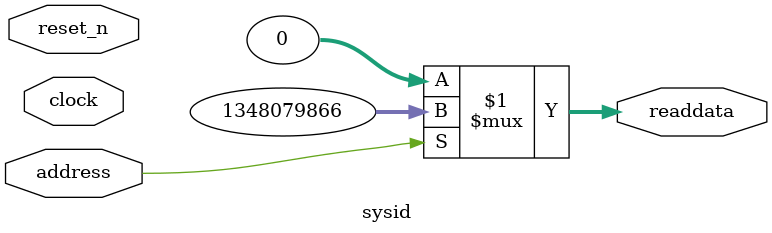
<source format=v>

`timescale 1ns / 1ps
// synthesis translate_on

// turn off superfluous verilog processor warnings 
// altera message_level Level1 
// altera message_off 10034 10035 10036 10037 10230 10240 10030 

module sysid (
               // inputs:
                address,
                clock,
                reset_n,

               // outputs:
                readdata
             )
;

  output  [ 31: 0] readdata;
  input            address;
  input            clock;
  input            reset_n;

  wire    [ 31: 0] readdata;
  //control_slave, which is an e_avalon_slave
  assign readdata = address ? 1348079866 : 0;

endmodule


</source>
